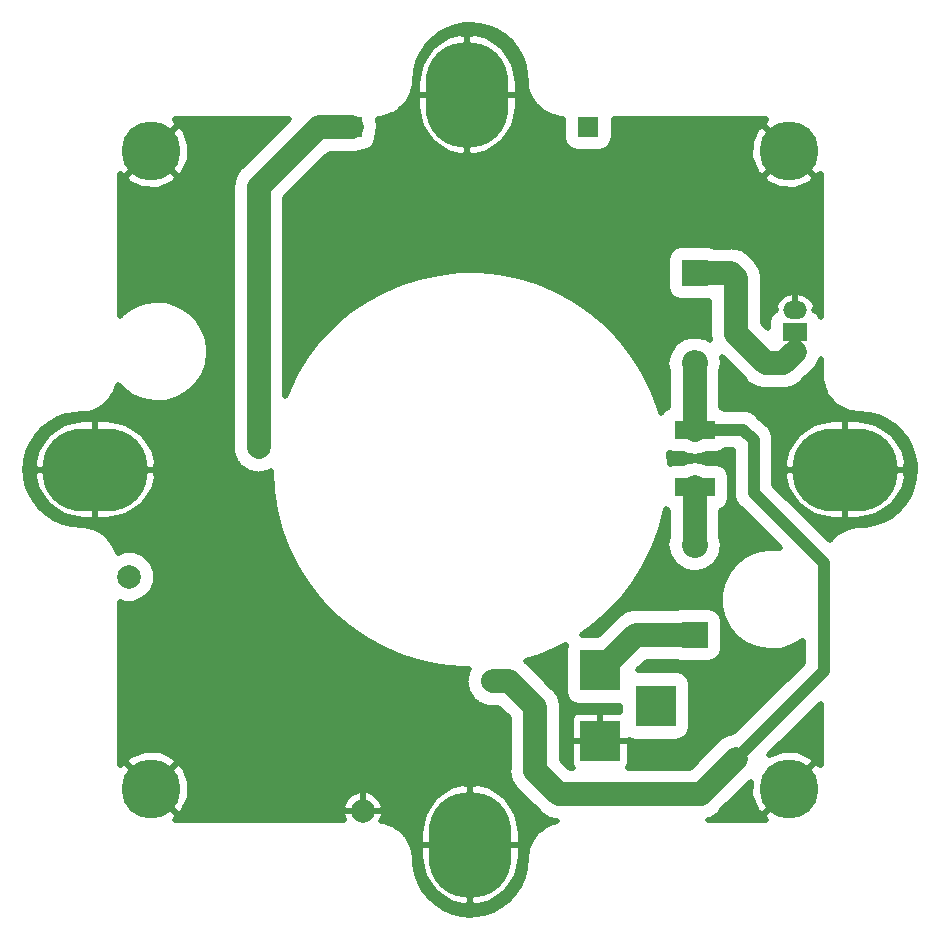
<source format=gbr>
G04 #@! TF.GenerationSoftware,KiCad,Pcbnew,(5.0.0)*
G04 #@! TF.CreationDate,2020-03-30T15:35:39-04:00*
G04 #@! TF.ProjectId,10W White LED,313057205768697465204C45442E6B69,rev?*
G04 #@! TF.SameCoordinates,Original*
G04 #@! TF.FileFunction,Copper,L1,Top,Signal*
G04 #@! TF.FilePolarity,Positive*
%FSLAX46Y46*%
G04 Gerber Fmt 4.6, Leading zero omitted, Abs format (unit mm)*
G04 Created by KiCad (PCBNEW (5.0.0)) date 03/30/20 15:35:39*
%MOMM*%
%LPD*%
G01*
G04 APERTURE LIST*
G04 #@! TA.AperFunction,ComponentPad*
%ADD10O,9.000000X7.000000*%
G04 #@! TD*
G04 #@! TA.AperFunction,ComponentPad*
%ADD11O,7.000000X9.000000*%
G04 #@! TD*
G04 #@! TA.AperFunction,ComponentPad*
%ADD12C,5.000000*%
G04 #@! TD*
G04 #@! TA.AperFunction,ComponentPad*
%ADD13R,1.700000X1.700000*%
G04 #@! TD*
G04 #@! TA.AperFunction,ComponentPad*
%ADD14R,3.500000X3.500000*%
G04 #@! TD*
G04 #@! TA.AperFunction,SMDPad,CuDef*
%ADD15R,3.500000X1.600000*%
G04 #@! TD*
G04 #@! TA.AperFunction,ComponentPad*
%ADD16R,2.000000X1.500000*%
G04 #@! TD*
G04 #@! TA.AperFunction,ComponentPad*
%ADD17O,2.000000X1.500000*%
G04 #@! TD*
G04 #@! TA.AperFunction,ComponentPad*
%ADD18O,2.200000X2.200000*%
G04 #@! TD*
G04 #@! TA.AperFunction,ComponentPad*
%ADD19R,2.200000X2.200000*%
G04 #@! TD*
G04 #@! TA.AperFunction,ComponentPad*
%ADD20C,2.000000*%
G04 #@! TD*
G04 #@! TA.AperFunction,Conductor*
%ADD21C,2.000000*%
G04 #@! TD*
G04 #@! TA.AperFunction,Conductor*
%ADD22C,1.000000*%
G04 #@! TD*
G04 #@! TA.AperFunction,Conductor*
%ADD23C,0.500000*%
G04 #@! TD*
G04 APERTURE END LIST*
D10*
G04 #@! TO.P,LENSE1,1*
G04 #@! TO.N,GND*
X181750000Y-100000000D03*
D11*
X149750000Y-68250000D03*
D10*
X118250000Y-100000000D03*
D11*
X150000000Y-131750000D03*
G04 #@! TD*
D12*
G04 #@! TO.P,MNT1,1*
G04 #@! TO.N,GND*
X123000000Y-73000000D03*
G04 #@! TD*
G04 #@! TO.P,MNT2,1*
G04 #@! TO.N,GND*
X177000000Y-73000000D03*
G04 #@! TD*
G04 #@! TO.P,MNT3,1*
G04 #@! TO.N,GND*
X177000000Y-127000000D03*
G04 #@! TD*
G04 #@! TO.P,MNT4,1*
G04 #@! TO.N,GND*
X123000000Y-127000000D03*
G04 #@! TD*
D13*
G04 #@! TO.P,NEG1,1*
G04 #@! TO.N,Net-(NEG1-Pad1)*
X160000000Y-71000000D03*
G04 #@! TD*
G04 #@! TO.P,POS1,1*
G04 #@! TO.N,Net-(POS1-Pad1)*
X140000000Y-71000000D03*
G04 #@! TD*
D14*
G04 #@! TO.P,BARREL1,1*
G04 #@! TO.N,Net-(BARREL1-Pad1)*
X161000000Y-117000000D03*
G04 #@! TO.P,BARREL1,2*
G04 #@! TO.N,GND*
X161000000Y-123000000D03*
G04 #@! TO.P,BARREL1,3*
G04 #@! TO.N,N/C*
X165700000Y-120000000D03*
G04 #@! TD*
D15*
G04 #@! TO.P,F1,2*
G04 #@! TO.N,+12V*
X169000000Y-96620000D03*
G04 #@! TO.P,F1,1*
G04 #@! TO.N,Net-(F1-Pad1)*
X169000000Y-101500000D03*
G04 #@! TD*
D16*
G04 #@! TO.P,FAN1,1*
G04 #@! TO.N,Net-(FAN1-Pad1)*
X177500000Y-88300000D03*
D17*
G04 #@! TO.P,FAN1,2*
G04 #@! TO.N,GND*
X177500000Y-86500000D03*
G04 #@! TD*
D18*
G04 #@! TO.P,SW1,2*
G04 #@! TO.N,Net-(F1-Pad1)*
X169000000Y-106380000D03*
D19*
G04 #@! TO.P,SW1,1*
G04 #@! TO.N,Net-(BARREL1-Pad1)*
X169000000Y-114000000D03*
G04 #@! TD*
G04 #@! TO.P,SW2,1*
G04 #@! TO.N,Net-(FAN1-Pad1)*
X169000000Y-83380000D03*
D18*
G04 #@! TO.P,SW2,2*
G04 #@! TO.N,+12V*
X169000000Y-91000000D03*
G04 #@! TD*
D20*
G04 #@! TO.P,U1,4*
G04 #@! TO.N,Net-(NEG1-Pad1)*
X121120428Y-109080583D03*
G04 #@! TO.P,U1,3*
G04 #@! TO.N,Net-(POS1-Pad1)*
X132080583Y-98120428D03*
G04 #@! TO.P,U1,2*
G04 #@! TO.N,+12V*
X151879572Y-117919417D03*
G04 #@! TO.P,U1,1*
G04 #@! TO.N,GND*
X140919417Y-128879572D03*
G04 #@! TD*
D21*
G04 #@! TO.N,Net-(BARREL1-Pad1)*
X164000000Y-114000000D02*
X161000000Y-117000000D01*
X169000000Y-114000000D02*
X164000000Y-114000000D01*
G04 #@! TO.N,+12V*
X169000000Y-96620000D02*
X169000000Y-91000000D01*
X153293785Y-117919417D02*
X155500000Y-120125632D01*
X151879572Y-117919417D02*
X153293785Y-117919417D01*
X155500000Y-120125632D02*
X155500000Y-125500000D01*
X155500000Y-125500000D02*
X157500000Y-127500000D01*
X157500000Y-127500000D02*
X169500000Y-127500000D01*
X169500000Y-127500000D02*
X172500000Y-124500000D01*
D22*
X173120000Y-96620000D02*
X169000000Y-96620000D01*
X174000000Y-97500000D02*
X173120000Y-96620000D01*
X174000000Y-102000000D02*
X174000000Y-97500000D01*
X179924990Y-107924990D02*
X174000000Y-102000000D01*
X172500000Y-124500000D02*
X179924990Y-117075010D01*
X179924990Y-117075010D02*
X179924990Y-107924990D01*
D21*
G04 #@! TO.N,Net-(F1-Pad1)*
X169000000Y-106380000D02*
X169000000Y-101500000D01*
G04 #@! TO.N,Net-(FAN1-Pad1)*
X172100000Y-83380000D02*
X172500000Y-83780000D01*
X169000000Y-83380000D02*
X172100000Y-83380000D01*
X172500000Y-83780000D02*
X172500000Y-88500000D01*
X172500000Y-88500000D02*
X175000000Y-91000000D01*
X175000000Y-91000000D02*
X176500000Y-91000000D01*
X176500000Y-91000000D02*
X177500000Y-90000000D01*
D22*
X177500000Y-88300000D02*
X177500000Y-90000000D01*
D21*
G04 #@! TO.N,Net-(POS1-Pad1)*
X137150000Y-71000000D02*
X140000000Y-71000000D01*
X132080583Y-76069417D02*
X137150000Y-71000000D01*
X132080583Y-98120428D02*
X132080583Y-76069417D01*
G04 #@! TD*
D23*
G04 #@! TO.N,GND*
G36*
X130646293Y-74321727D02*
X130458424Y-74447257D01*
X130332894Y-74635126D01*
X129961130Y-75191510D01*
X129786503Y-76069417D01*
X129830584Y-76291026D01*
X129830583Y-97672875D01*
X129830583Y-98567981D01*
X129917049Y-98776729D01*
X129961129Y-98998333D01*
X130086658Y-99186201D01*
X130173125Y-99394951D01*
X130332894Y-99554720D01*
X130458423Y-99742588D01*
X130646292Y-99868118D01*
X130806060Y-100027886D01*
X131014808Y-100114352D01*
X131202677Y-100239882D01*
X131424282Y-100283962D01*
X131633030Y-100370428D01*
X131858977Y-100370428D01*
X132080583Y-100414508D01*
X132302188Y-100370428D01*
X132528136Y-100370428D01*
X132736884Y-100283962D01*
X132958488Y-100239882D01*
X133110234Y-100138489D01*
X133198373Y-101765922D01*
X133462843Y-103454792D01*
X133896630Y-105108290D01*
X134495293Y-106709486D01*
X135252702Y-108241986D01*
X136161102Y-109690101D01*
X137211193Y-111039002D01*
X138392223Y-112274880D01*
X139692101Y-113385080D01*
X141097517Y-114358236D01*
X142594081Y-115184384D01*
X144166472Y-115855065D01*
X145798590Y-116363413D01*
X147473724Y-116704223D01*
X149174723Y-116874006D01*
X149872855Y-116872787D01*
X149760118Y-117041511D01*
X149716038Y-117263116D01*
X149629572Y-117471864D01*
X149629572Y-117697811D01*
X149585492Y-117919417D01*
X149629572Y-118141023D01*
X149629572Y-118366970D01*
X149716038Y-118575718D01*
X149760118Y-118797323D01*
X149885648Y-118985192D01*
X149972114Y-119193940D01*
X150131882Y-119353708D01*
X150257412Y-119541577D01*
X150445281Y-119667107D01*
X150605049Y-119826875D01*
X150813797Y-119913341D01*
X151001666Y-120038871D01*
X151223272Y-120082951D01*
X151432019Y-120169417D01*
X152361805Y-120169417D01*
X153250000Y-121057613D01*
X153250001Y-125278391D01*
X153205920Y-125500000D01*
X153380547Y-126377907D01*
X153721501Y-126888180D01*
X153877841Y-127122160D01*
X154065709Y-127247689D01*
X155752310Y-128934291D01*
X155877840Y-129122160D01*
X156155685Y-129307810D01*
X156622092Y-129619453D01*
X156622093Y-129619453D01*
X156622094Y-129619454D01*
X157278394Y-129750000D01*
X157311289Y-129756543D01*
X156781450Y-129914999D01*
X156618190Y-129990435D01*
X156454057Y-130063856D01*
X156440419Y-130072577D01*
X155964573Y-130381005D01*
X155829090Y-130499195D01*
X155692119Y-130615766D01*
X155681478Y-130627965D01*
X155311322Y-131057550D01*
X155214440Y-131209040D01*
X155115707Y-131359347D01*
X155108917Y-131374043D01*
X154874211Y-131890251D01*
X154823733Y-132062872D01*
X154771164Y-132234819D01*
X154768771Y-132250829D01*
X154688382Y-132812162D01*
X154688382Y-132828380D01*
X154682503Y-132859200D01*
X154679455Y-132891432D01*
X154607814Y-133762824D01*
X154421354Y-134505150D01*
X154116154Y-135207063D01*
X153700412Y-135849701D01*
X153185293Y-136415809D01*
X152584630Y-136890183D01*
X151914557Y-137260084D01*
X151193069Y-137515576D01*
X150416641Y-137653879D01*
X150023177Y-137672435D01*
X149237176Y-137607814D01*
X148494850Y-137421354D01*
X147792937Y-137116154D01*
X147150299Y-136700412D01*
X146584191Y-136185293D01*
X146109817Y-135584630D01*
X145739916Y-134914557D01*
X145484424Y-134193069D01*
X145346121Y-133416641D01*
X145323529Y-132937584D01*
X145321893Y-132924985D01*
X145322458Y-132917958D01*
X145321357Y-132901807D01*
X145299389Y-132606189D01*
X145270366Y-132474183D01*
X145252022Y-132340273D01*
X145247478Y-132324735D01*
X145085001Y-131781450D01*
X145072318Y-131754000D01*
X145742000Y-131754000D01*
X145742000Y-132754000D01*
X146067652Y-134383162D01*
X146991968Y-135763689D01*
X148374230Y-136685410D01*
X149329952Y-136954949D01*
X149996000Y-136818498D01*
X149996000Y-131754000D01*
X150004000Y-131754000D01*
X150004000Y-136818498D01*
X150670048Y-136954949D01*
X151625770Y-136685410D01*
X153008032Y-135763689D01*
X153932348Y-134383162D01*
X154258000Y-132754000D01*
X154258000Y-131754000D01*
X150004000Y-131754000D01*
X149996000Y-131754000D01*
X145742000Y-131754000D01*
X145072318Y-131754000D01*
X145009565Y-131618190D01*
X144936144Y-131454057D01*
X144927423Y-131440419D01*
X144618995Y-130964573D01*
X144500805Y-130829090D01*
X144430091Y-130746000D01*
X145742000Y-130746000D01*
X145742000Y-131746000D01*
X149996000Y-131746000D01*
X149996000Y-126681502D01*
X150004000Y-126681502D01*
X150004000Y-131746000D01*
X154258000Y-131746000D01*
X154258000Y-130746000D01*
X153932348Y-129116838D01*
X153008032Y-127736311D01*
X151625770Y-126814590D01*
X150670048Y-126545051D01*
X150004000Y-126681502D01*
X149996000Y-126681502D01*
X149329952Y-126545051D01*
X148374230Y-126814590D01*
X146991968Y-127736311D01*
X146067652Y-129116838D01*
X145742000Y-130746000D01*
X144430091Y-130746000D01*
X144384234Y-130692119D01*
X144372035Y-130681478D01*
X143942450Y-130311322D01*
X143790960Y-130214440D01*
X143640653Y-130115707D01*
X143625962Y-130108919D01*
X143625958Y-130108917D01*
X143109749Y-129874211D01*
X142937128Y-129823733D01*
X142765181Y-129771164D01*
X142749173Y-129768771D01*
X142749171Y-129768771D01*
X142464417Y-129727991D01*
X142663262Y-129294118D01*
X142689160Y-129163922D01*
X142522353Y-128883572D01*
X140923417Y-128883572D01*
X140923417Y-129675000D01*
X140915417Y-129675000D01*
X140915417Y-128883572D01*
X139316481Y-128883572D01*
X139149674Y-129163922D01*
X139339518Y-129675000D01*
X125054381Y-129675000D01*
X124961743Y-129667384D01*
X125212060Y-129217717D01*
X123000000Y-127005657D01*
X122985858Y-127019799D01*
X122980201Y-127014142D01*
X122994343Y-127000000D01*
X123005657Y-127000000D01*
X125217717Y-129212060D01*
X125689765Y-128949284D01*
X125852472Y-128595222D01*
X139149674Y-128595222D01*
X139316481Y-128875572D01*
X140915417Y-128875572D01*
X140915417Y-127276636D01*
X140923417Y-127276636D01*
X140923417Y-128875572D01*
X142522353Y-128875572D01*
X142689160Y-128595222D01*
X142445630Y-127939616D01*
X141969748Y-127427109D01*
X141333963Y-127135727D01*
X141203767Y-127109829D01*
X140923417Y-127276636D01*
X140915417Y-127276636D01*
X140635067Y-127109829D01*
X139979461Y-127353359D01*
X139466954Y-127829241D01*
X139175572Y-128465026D01*
X139149674Y-128595222D01*
X125852472Y-128595222D01*
X126230977Y-127771575D01*
X126280303Y-126476401D01*
X125830232Y-125260939D01*
X125689765Y-125050716D01*
X125217717Y-124787940D01*
X123005657Y-127000000D01*
X122994343Y-127000000D01*
X120782283Y-124787940D01*
X120328388Y-125040611D01*
X120325000Y-124968777D01*
X120325000Y-124782283D01*
X120787940Y-124782283D01*
X123000000Y-126994343D01*
X125212060Y-124782283D01*
X124949284Y-124310235D01*
X123771575Y-123769023D01*
X122476401Y-123719697D01*
X121260939Y-124169768D01*
X121050716Y-124310235D01*
X120787940Y-124782283D01*
X120325000Y-124782283D01*
X120325000Y-111186489D01*
X120672875Y-111330583D01*
X121567981Y-111330583D01*
X122394951Y-110988041D01*
X123027886Y-110355106D01*
X123370428Y-109528136D01*
X123370428Y-108633030D01*
X123027886Y-107806060D01*
X122394951Y-107173125D01*
X121567981Y-106830583D01*
X120672875Y-106830583D01*
X120162872Y-107041833D01*
X120085001Y-106781450D01*
X120009565Y-106618190D01*
X119936144Y-106454057D01*
X119927423Y-106440419D01*
X119618995Y-105964573D01*
X119500805Y-105829090D01*
X119384234Y-105692119D01*
X119372035Y-105681478D01*
X118942450Y-105311322D01*
X118790960Y-105214440D01*
X118640653Y-105115707D01*
X118625962Y-105108919D01*
X118625958Y-105108917D01*
X118109749Y-104874211D01*
X117937128Y-104823733D01*
X117765181Y-104771164D01*
X117749173Y-104768771D01*
X117749171Y-104768771D01*
X117187838Y-104688382D01*
X117171620Y-104688382D01*
X117140800Y-104682503D01*
X117108568Y-104679455D01*
X116237176Y-104607814D01*
X115494850Y-104421354D01*
X114792937Y-104116154D01*
X114150299Y-103700412D01*
X113584191Y-103185293D01*
X113109817Y-102584630D01*
X112739916Y-101914557D01*
X112484424Y-101193069D01*
X112391260Y-100670048D01*
X113045051Y-100670048D01*
X113314590Y-101625770D01*
X114236311Y-103008032D01*
X115616838Y-103932348D01*
X117246000Y-104258000D01*
X118246000Y-104258000D01*
X118246000Y-100004000D01*
X118254000Y-100004000D01*
X118254000Y-104258000D01*
X119254000Y-104258000D01*
X120883162Y-103932348D01*
X122263689Y-103008032D01*
X123185410Y-101625770D01*
X123454949Y-100670048D01*
X123318498Y-100004000D01*
X118254000Y-100004000D01*
X118246000Y-100004000D01*
X113181502Y-100004000D01*
X113045051Y-100670048D01*
X112391260Y-100670048D01*
X112346121Y-100416641D01*
X112327565Y-100023177D01*
X112384558Y-99329952D01*
X113045051Y-99329952D01*
X113181502Y-99996000D01*
X118246000Y-99996000D01*
X118246000Y-95742000D01*
X118254000Y-95742000D01*
X118254000Y-99996000D01*
X123318498Y-99996000D01*
X123454949Y-99329952D01*
X123185410Y-98374230D01*
X122263689Y-96991968D01*
X120883162Y-96067652D01*
X119254000Y-95742000D01*
X118254000Y-95742000D01*
X118246000Y-95742000D01*
X117246000Y-95742000D01*
X115616838Y-96067652D01*
X114236311Y-96991968D01*
X113314590Y-98374230D01*
X113045051Y-99329952D01*
X112384558Y-99329952D01*
X112392186Y-99237180D01*
X112578647Y-98494848D01*
X112883846Y-97792937D01*
X113299586Y-97150301D01*
X113814707Y-96584191D01*
X114415370Y-96109817D01*
X115085443Y-95739916D01*
X115806928Y-95484424D01*
X116583359Y-95346121D01*
X117062416Y-95323529D01*
X117075015Y-95321893D01*
X117082042Y-95322458D01*
X117098192Y-95321357D01*
X117393811Y-95299389D01*
X117525818Y-95270366D01*
X117659727Y-95252022D01*
X117675265Y-95247478D01*
X118218549Y-95085001D01*
X118381794Y-95009572D01*
X118545943Y-94936144D01*
X118559581Y-94927423D01*
X119035427Y-94618995D01*
X119170910Y-94500805D01*
X119307881Y-94384234D01*
X119318523Y-94372035D01*
X119688678Y-93942450D01*
X119785577Y-93790933D01*
X119884293Y-93640653D01*
X119891083Y-93625958D01*
X120125789Y-93109749D01*
X120176267Y-92937128D01*
X120203288Y-92848744D01*
X120508495Y-93207996D01*
X121326730Y-93810149D01*
X122261543Y-94207917D01*
X123262790Y-94379962D01*
X124276761Y-94317057D01*
X125249065Y-94022575D01*
X126127546Y-93512313D01*
X126865079Y-92813642D01*
X127422101Y-91964042D01*
X127768733Y-91009086D01*
X127886381Y-90000000D01*
X127885840Y-89931102D01*
X127752357Y-88923988D01*
X127390767Y-87974595D01*
X126820469Y-87133848D01*
X126072053Y-86446849D01*
X125185666Y-85950448D01*
X124208856Y-85671275D01*
X123194022Y-85624304D01*
X122195601Y-85812055D01*
X121267150Y-86224458D01*
X120458475Y-86839388D01*
X120325000Y-87001594D01*
X120325000Y-75217717D01*
X120787940Y-75217717D01*
X121050716Y-75689765D01*
X122228425Y-76230977D01*
X123523599Y-76280303D01*
X124739061Y-75830232D01*
X124949284Y-75689765D01*
X125212060Y-75217717D01*
X123000000Y-73005657D01*
X120787940Y-75217717D01*
X120325000Y-75217717D01*
X120325000Y-75054381D01*
X120332616Y-74961743D01*
X120782283Y-75212060D01*
X122994343Y-73000000D01*
X123005657Y-73000000D01*
X125217717Y-75212060D01*
X125689765Y-74949284D01*
X126230977Y-73771575D01*
X126280303Y-72476401D01*
X125830232Y-71260939D01*
X125689765Y-71050716D01*
X125217717Y-70787940D01*
X123005657Y-73000000D01*
X122994343Y-73000000D01*
X122980201Y-72985858D01*
X122985858Y-72980201D01*
X123000000Y-72994343D01*
X125212060Y-70782283D01*
X124959389Y-70328388D01*
X125031223Y-70325000D01*
X134643019Y-70325000D01*
X130646293Y-74321727D01*
X130646293Y-74321727D01*
G37*
X130646293Y-74321727D02*
X130458424Y-74447257D01*
X130332894Y-74635126D01*
X129961130Y-75191510D01*
X129786503Y-76069417D01*
X129830584Y-76291026D01*
X129830583Y-97672875D01*
X129830583Y-98567981D01*
X129917049Y-98776729D01*
X129961129Y-98998333D01*
X130086658Y-99186201D01*
X130173125Y-99394951D01*
X130332894Y-99554720D01*
X130458423Y-99742588D01*
X130646292Y-99868118D01*
X130806060Y-100027886D01*
X131014808Y-100114352D01*
X131202677Y-100239882D01*
X131424282Y-100283962D01*
X131633030Y-100370428D01*
X131858977Y-100370428D01*
X132080583Y-100414508D01*
X132302188Y-100370428D01*
X132528136Y-100370428D01*
X132736884Y-100283962D01*
X132958488Y-100239882D01*
X133110234Y-100138489D01*
X133198373Y-101765922D01*
X133462843Y-103454792D01*
X133896630Y-105108290D01*
X134495293Y-106709486D01*
X135252702Y-108241986D01*
X136161102Y-109690101D01*
X137211193Y-111039002D01*
X138392223Y-112274880D01*
X139692101Y-113385080D01*
X141097517Y-114358236D01*
X142594081Y-115184384D01*
X144166472Y-115855065D01*
X145798590Y-116363413D01*
X147473724Y-116704223D01*
X149174723Y-116874006D01*
X149872855Y-116872787D01*
X149760118Y-117041511D01*
X149716038Y-117263116D01*
X149629572Y-117471864D01*
X149629572Y-117697811D01*
X149585492Y-117919417D01*
X149629572Y-118141023D01*
X149629572Y-118366970D01*
X149716038Y-118575718D01*
X149760118Y-118797323D01*
X149885648Y-118985192D01*
X149972114Y-119193940D01*
X150131882Y-119353708D01*
X150257412Y-119541577D01*
X150445281Y-119667107D01*
X150605049Y-119826875D01*
X150813797Y-119913341D01*
X151001666Y-120038871D01*
X151223272Y-120082951D01*
X151432019Y-120169417D01*
X152361805Y-120169417D01*
X153250000Y-121057613D01*
X153250001Y-125278391D01*
X153205920Y-125500000D01*
X153380547Y-126377907D01*
X153721501Y-126888180D01*
X153877841Y-127122160D01*
X154065709Y-127247689D01*
X155752310Y-128934291D01*
X155877840Y-129122160D01*
X156155685Y-129307810D01*
X156622092Y-129619453D01*
X156622093Y-129619453D01*
X156622094Y-129619454D01*
X157278394Y-129750000D01*
X157311289Y-129756543D01*
X156781450Y-129914999D01*
X156618190Y-129990435D01*
X156454057Y-130063856D01*
X156440419Y-130072577D01*
X155964573Y-130381005D01*
X155829090Y-130499195D01*
X155692119Y-130615766D01*
X155681478Y-130627965D01*
X155311322Y-131057550D01*
X155214440Y-131209040D01*
X155115707Y-131359347D01*
X155108917Y-131374043D01*
X154874211Y-131890251D01*
X154823733Y-132062872D01*
X154771164Y-132234819D01*
X154768771Y-132250829D01*
X154688382Y-132812162D01*
X154688382Y-132828380D01*
X154682503Y-132859200D01*
X154679455Y-132891432D01*
X154607814Y-133762824D01*
X154421354Y-134505150D01*
X154116154Y-135207063D01*
X153700412Y-135849701D01*
X153185293Y-136415809D01*
X152584630Y-136890183D01*
X151914557Y-137260084D01*
X151193069Y-137515576D01*
X150416641Y-137653879D01*
X150023177Y-137672435D01*
X149237176Y-137607814D01*
X148494850Y-137421354D01*
X147792937Y-137116154D01*
X147150299Y-136700412D01*
X146584191Y-136185293D01*
X146109817Y-135584630D01*
X145739916Y-134914557D01*
X145484424Y-134193069D01*
X145346121Y-133416641D01*
X145323529Y-132937584D01*
X145321893Y-132924985D01*
X145322458Y-132917958D01*
X145321357Y-132901807D01*
X145299389Y-132606189D01*
X145270366Y-132474183D01*
X145252022Y-132340273D01*
X145247478Y-132324735D01*
X145085001Y-131781450D01*
X145072318Y-131754000D01*
X145742000Y-131754000D01*
X145742000Y-132754000D01*
X146067652Y-134383162D01*
X146991968Y-135763689D01*
X148374230Y-136685410D01*
X149329952Y-136954949D01*
X149996000Y-136818498D01*
X149996000Y-131754000D01*
X150004000Y-131754000D01*
X150004000Y-136818498D01*
X150670048Y-136954949D01*
X151625770Y-136685410D01*
X153008032Y-135763689D01*
X153932348Y-134383162D01*
X154258000Y-132754000D01*
X154258000Y-131754000D01*
X150004000Y-131754000D01*
X149996000Y-131754000D01*
X145742000Y-131754000D01*
X145072318Y-131754000D01*
X145009565Y-131618190D01*
X144936144Y-131454057D01*
X144927423Y-131440419D01*
X144618995Y-130964573D01*
X144500805Y-130829090D01*
X144430091Y-130746000D01*
X145742000Y-130746000D01*
X145742000Y-131746000D01*
X149996000Y-131746000D01*
X149996000Y-126681502D01*
X150004000Y-126681502D01*
X150004000Y-131746000D01*
X154258000Y-131746000D01*
X154258000Y-130746000D01*
X153932348Y-129116838D01*
X153008032Y-127736311D01*
X151625770Y-126814590D01*
X150670048Y-126545051D01*
X150004000Y-126681502D01*
X149996000Y-126681502D01*
X149329952Y-126545051D01*
X148374230Y-126814590D01*
X146991968Y-127736311D01*
X146067652Y-129116838D01*
X145742000Y-130746000D01*
X144430091Y-130746000D01*
X144384234Y-130692119D01*
X144372035Y-130681478D01*
X143942450Y-130311322D01*
X143790960Y-130214440D01*
X143640653Y-130115707D01*
X143625962Y-130108919D01*
X143625958Y-130108917D01*
X143109749Y-129874211D01*
X142937128Y-129823733D01*
X142765181Y-129771164D01*
X142749173Y-129768771D01*
X142749171Y-129768771D01*
X142464417Y-129727991D01*
X142663262Y-129294118D01*
X142689160Y-129163922D01*
X142522353Y-128883572D01*
X140923417Y-128883572D01*
X140923417Y-129675000D01*
X140915417Y-129675000D01*
X140915417Y-128883572D01*
X139316481Y-128883572D01*
X139149674Y-129163922D01*
X139339518Y-129675000D01*
X125054381Y-129675000D01*
X124961743Y-129667384D01*
X125212060Y-129217717D01*
X123000000Y-127005657D01*
X122985858Y-127019799D01*
X122980201Y-127014142D01*
X122994343Y-127000000D01*
X123005657Y-127000000D01*
X125217717Y-129212060D01*
X125689765Y-128949284D01*
X125852472Y-128595222D01*
X139149674Y-128595222D01*
X139316481Y-128875572D01*
X140915417Y-128875572D01*
X140915417Y-127276636D01*
X140923417Y-127276636D01*
X140923417Y-128875572D01*
X142522353Y-128875572D01*
X142689160Y-128595222D01*
X142445630Y-127939616D01*
X141969748Y-127427109D01*
X141333963Y-127135727D01*
X141203767Y-127109829D01*
X140923417Y-127276636D01*
X140915417Y-127276636D01*
X140635067Y-127109829D01*
X139979461Y-127353359D01*
X139466954Y-127829241D01*
X139175572Y-128465026D01*
X139149674Y-128595222D01*
X125852472Y-128595222D01*
X126230977Y-127771575D01*
X126280303Y-126476401D01*
X125830232Y-125260939D01*
X125689765Y-125050716D01*
X125217717Y-124787940D01*
X123005657Y-127000000D01*
X122994343Y-127000000D01*
X120782283Y-124787940D01*
X120328388Y-125040611D01*
X120325000Y-124968777D01*
X120325000Y-124782283D01*
X120787940Y-124782283D01*
X123000000Y-126994343D01*
X125212060Y-124782283D01*
X124949284Y-124310235D01*
X123771575Y-123769023D01*
X122476401Y-123719697D01*
X121260939Y-124169768D01*
X121050716Y-124310235D01*
X120787940Y-124782283D01*
X120325000Y-124782283D01*
X120325000Y-111186489D01*
X120672875Y-111330583D01*
X121567981Y-111330583D01*
X122394951Y-110988041D01*
X123027886Y-110355106D01*
X123370428Y-109528136D01*
X123370428Y-108633030D01*
X123027886Y-107806060D01*
X122394951Y-107173125D01*
X121567981Y-106830583D01*
X120672875Y-106830583D01*
X120162872Y-107041833D01*
X120085001Y-106781450D01*
X120009565Y-106618190D01*
X119936144Y-106454057D01*
X119927423Y-106440419D01*
X119618995Y-105964573D01*
X119500805Y-105829090D01*
X119384234Y-105692119D01*
X119372035Y-105681478D01*
X118942450Y-105311322D01*
X118790960Y-105214440D01*
X118640653Y-105115707D01*
X118625962Y-105108919D01*
X118625958Y-105108917D01*
X118109749Y-104874211D01*
X117937128Y-104823733D01*
X117765181Y-104771164D01*
X117749173Y-104768771D01*
X117749171Y-104768771D01*
X117187838Y-104688382D01*
X117171620Y-104688382D01*
X117140800Y-104682503D01*
X117108568Y-104679455D01*
X116237176Y-104607814D01*
X115494850Y-104421354D01*
X114792937Y-104116154D01*
X114150299Y-103700412D01*
X113584191Y-103185293D01*
X113109817Y-102584630D01*
X112739916Y-101914557D01*
X112484424Y-101193069D01*
X112391260Y-100670048D01*
X113045051Y-100670048D01*
X113314590Y-101625770D01*
X114236311Y-103008032D01*
X115616838Y-103932348D01*
X117246000Y-104258000D01*
X118246000Y-104258000D01*
X118246000Y-100004000D01*
X118254000Y-100004000D01*
X118254000Y-104258000D01*
X119254000Y-104258000D01*
X120883162Y-103932348D01*
X122263689Y-103008032D01*
X123185410Y-101625770D01*
X123454949Y-100670048D01*
X123318498Y-100004000D01*
X118254000Y-100004000D01*
X118246000Y-100004000D01*
X113181502Y-100004000D01*
X113045051Y-100670048D01*
X112391260Y-100670048D01*
X112346121Y-100416641D01*
X112327565Y-100023177D01*
X112384558Y-99329952D01*
X113045051Y-99329952D01*
X113181502Y-99996000D01*
X118246000Y-99996000D01*
X118246000Y-95742000D01*
X118254000Y-95742000D01*
X118254000Y-99996000D01*
X123318498Y-99996000D01*
X123454949Y-99329952D01*
X123185410Y-98374230D01*
X122263689Y-96991968D01*
X120883162Y-96067652D01*
X119254000Y-95742000D01*
X118254000Y-95742000D01*
X118246000Y-95742000D01*
X117246000Y-95742000D01*
X115616838Y-96067652D01*
X114236311Y-96991968D01*
X113314590Y-98374230D01*
X113045051Y-99329952D01*
X112384558Y-99329952D01*
X112392186Y-99237180D01*
X112578647Y-98494848D01*
X112883846Y-97792937D01*
X113299586Y-97150301D01*
X113814707Y-96584191D01*
X114415370Y-96109817D01*
X115085443Y-95739916D01*
X115806928Y-95484424D01*
X116583359Y-95346121D01*
X117062416Y-95323529D01*
X117075015Y-95321893D01*
X117082042Y-95322458D01*
X117098192Y-95321357D01*
X117393811Y-95299389D01*
X117525818Y-95270366D01*
X117659727Y-95252022D01*
X117675265Y-95247478D01*
X118218549Y-95085001D01*
X118381794Y-95009572D01*
X118545943Y-94936144D01*
X118559581Y-94927423D01*
X119035427Y-94618995D01*
X119170910Y-94500805D01*
X119307881Y-94384234D01*
X119318523Y-94372035D01*
X119688678Y-93942450D01*
X119785577Y-93790933D01*
X119884293Y-93640653D01*
X119891083Y-93625958D01*
X120125789Y-93109749D01*
X120176267Y-92937128D01*
X120203288Y-92848744D01*
X120508495Y-93207996D01*
X121326730Y-93810149D01*
X122261543Y-94207917D01*
X123262790Y-94379962D01*
X124276761Y-94317057D01*
X125249065Y-94022575D01*
X126127546Y-93512313D01*
X126865079Y-92813642D01*
X127422101Y-91964042D01*
X127768733Y-91009086D01*
X127886381Y-90000000D01*
X127885840Y-89931102D01*
X127752357Y-88923988D01*
X127390767Y-87974595D01*
X126820469Y-87133848D01*
X126072053Y-86446849D01*
X125185666Y-85950448D01*
X124208856Y-85671275D01*
X123194022Y-85624304D01*
X122195601Y-85812055D01*
X121267150Y-86224458D01*
X120458475Y-86839388D01*
X120325000Y-87001594D01*
X120325000Y-75217717D01*
X120787940Y-75217717D01*
X121050716Y-75689765D01*
X122228425Y-76230977D01*
X123523599Y-76280303D01*
X124739061Y-75830232D01*
X124949284Y-75689765D01*
X125212060Y-75217717D01*
X123000000Y-73005657D01*
X120787940Y-75217717D01*
X120325000Y-75217717D01*
X120325000Y-75054381D01*
X120332616Y-74961743D01*
X120782283Y-75212060D01*
X122994343Y-73000000D01*
X123005657Y-73000000D01*
X125217717Y-75212060D01*
X125689765Y-74949284D01*
X126230977Y-73771575D01*
X126280303Y-72476401D01*
X125830232Y-71260939D01*
X125689765Y-71050716D01*
X125217717Y-70787940D01*
X123005657Y-73000000D01*
X122994343Y-73000000D01*
X122980201Y-72985858D01*
X122985858Y-72980201D01*
X123000000Y-72994343D01*
X125212060Y-70782283D01*
X124959389Y-70328388D01*
X125031223Y-70325000D01*
X134643019Y-70325000D01*
X130646293Y-74321727D01*
G36*
X179675001Y-124945607D02*
X179667384Y-125038257D01*
X179217717Y-124787940D01*
X177005657Y-127000000D01*
X177019799Y-127014142D01*
X177014142Y-127019799D01*
X177000000Y-127005657D01*
X174787940Y-129217717D01*
X175040611Y-129671612D01*
X174968777Y-129675000D01*
X170098657Y-129675000D01*
X170377906Y-129619454D01*
X171122160Y-129122160D01*
X171247692Y-128934288D01*
X173761717Y-126420263D01*
X173719697Y-127523599D01*
X174169768Y-128739061D01*
X174310235Y-128949284D01*
X174782283Y-129212060D01*
X176994343Y-127000000D01*
X176980201Y-126985858D01*
X176985858Y-126980201D01*
X177000000Y-126994343D01*
X179212060Y-124782283D01*
X178949284Y-124310235D01*
X177771575Y-123769023D01*
X176476401Y-123719697D01*
X175331076Y-124143797D01*
X179675001Y-119799872D01*
X179675001Y-124945607D01*
X179675001Y-124945607D01*
G37*
X179675001Y-124945607D02*
X179667384Y-125038257D01*
X179217717Y-124787940D01*
X177005657Y-127000000D01*
X177019799Y-127014142D01*
X177014142Y-127019799D01*
X177000000Y-127005657D01*
X174787940Y-129217717D01*
X175040611Y-129671612D01*
X174968777Y-129675000D01*
X170098657Y-129675000D01*
X170377906Y-129619454D01*
X171122160Y-129122160D01*
X171247692Y-128934288D01*
X173761717Y-126420263D01*
X173719697Y-127523599D01*
X174169768Y-128739061D01*
X174310235Y-128949284D01*
X174782283Y-129212060D01*
X176994343Y-127000000D01*
X176980201Y-126985858D01*
X176985858Y-126980201D01*
X177000000Y-126994343D01*
X179212060Y-124782283D01*
X178949284Y-124310235D01*
X177771575Y-123769023D01*
X176476401Y-123719697D01*
X175331076Y-124143797D01*
X179675001Y-119799872D01*
X179675001Y-124945607D01*
G36*
X172250000Y-101827647D02*
X172215717Y-102000000D01*
X172250000Y-102172353D01*
X172250000Y-102172356D01*
X172351537Y-102682815D01*
X172738321Y-103261679D01*
X172884439Y-103359312D01*
X176195797Y-106670671D01*
X175194022Y-106624304D01*
X174195601Y-106812055D01*
X173267150Y-107224458D01*
X172458475Y-107839388D01*
X171812955Y-108623861D01*
X171365215Y-109535796D01*
X171139275Y-110526274D01*
X171147254Y-111542163D01*
X171388724Y-112528970D01*
X171850732Y-113433759D01*
X172508495Y-114207996D01*
X173326730Y-114810149D01*
X174261543Y-115207917D01*
X175262790Y-115379962D01*
X176276761Y-115317057D01*
X177249065Y-115022575D01*
X178127546Y-114512313D01*
X178174990Y-114467369D01*
X178174990Y-116350137D01*
X172274315Y-122250812D01*
X171622093Y-122380547D01*
X171065709Y-122752311D01*
X168568020Y-125250000D01*
X163321974Y-125250000D01*
X163392601Y-125179373D01*
X163508000Y-124900776D01*
X163508000Y-123193500D01*
X163318500Y-123004000D01*
X161004000Y-123004000D01*
X161004000Y-123024000D01*
X160996000Y-123024000D01*
X160996000Y-123004000D01*
X158681500Y-123004000D01*
X158492000Y-123193500D01*
X158492000Y-124900776D01*
X158607399Y-125179373D01*
X158678026Y-125250000D01*
X158431981Y-125250000D01*
X157750000Y-124568020D01*
X157750000Y-121099224D01*
X158492000Y-121099224D01*
X158492000Y-122806500D01*
X158681500Y-122996000D01*
X160996000Y-122996000D01*
X160996000Y-120681500D01*
X160806500Y-120492000D01*
X159099225Y-120492000D01*
X158820628Y-120607398D01*
X158607399Y-120820627D01*
X158492000Y-121099224D01*
X157750000Y-121099224D01*
X157750000Y-120347236D01*
X157794080Y-120125631D01*
X157734654Y-119826875D01*
X157619454Y-119247726D01*
X157583516Y-119193940D01*
X157318505Y-118797323D01*
X157122160Y-118503472D01*
X156934291Y-118377943D01*
X155041476Y-116485128D01*
X154915945Y-116297257D01*
X154757426Y-116191338D01*
X155888837Y-115834606D01*
X157458877Y-115158440D01*
X158060312Y-114823686D01*
X157975512Y-115250000D01*
X157975512Y-118750000D01*
X158072527Y-119237725D01*
X158348801Y-119651199D01*
X158762275Y-119927473D01*
X159250000Y-120024488D01*
X162675512Y-120024488D01*
X162675512Y-120492000D01*
X161193500Y-120492000D01*
X161004000Y-120681500D01*
X161004000Y-122996000D01*
X163318500Y-122996000D01*
X163417167Y-122897333D01*
X163462275Y-122927473D01*
X163950000Y-123024488D01*
X167450000Y-123024488D01*
X167937725Y-122927473D01*
X168351199Y-122651199D01*
X168627473Y-122237725D01*
X168724488Y-121750000D01*
X168724488Y-118250000D01*
X168627473Y-117762275D01*
X168351199Y-117348801D01*
X167937725Y-117072527D01*
X167450000Y-116975512D01*
X164206468Y-116975512D01*
X164931980Y-116250000D01*
X167371159Y-116250000D01*
X167412275Y-116277473D01*
X167900000Y-116374488D01*
X170100000Y-116374488D01*
X170587725Y-116277473D01*
X171001199Y-116001199D01*
X171277473Y-115587725D01*
X171374488Y-115100000D01*
X171374488Y-112900000D01*
X171277473Y-112412275D01*
X171001199Y-111998801D01*
X170587725Y-111722527D01*
X170100000Y-111625512D01*
X167900000Y-111625512D01*
X167412275Y-111722527D01*
X167371159Y-111750000D01*
X164221605Y-111750000D01*
X164000000Y-111705920D01*
X163778395Y-111750000D01*
X163778394Y-111750000D01*
X163122094Y-111880546D01*
X162377840Y-112377840D01*
X162252308Y-112565712D01*
X160842508Y-113975512D01*
X159456500Y-113975512D01*
X160354559Y-113349017D01*
X161650553Y-112234286D01*
X162827262Y-110994294D01*
X163872638Y-109641735D01*
X164775978Y-108190459D01*
X165528033Y-106655324D01*
X166121103Y-105052047D01*
X166549116Y-103397046D01*
X166557723Y-103340796D01*
X166750001Y-103469272D01*
X166750000Y-105645813D01*
X166603961Y-106380000D01*
X166786349Y-107296924D01*
X167305745Y-108074255D01*
X168083076Y-108593651D01*
X168768547Y-108730000D01*
X169231453Y-108730000D01*
X169916924Y-108593651D01*
X170694255Y-108074255D01*
X171213651Y-107296924D01*
X171396039Y-106380000D01*
X171250000Y-105645814D01*
X171250000Y-103469271D01*
X171651199Y-103201199D01*
X171927473Y-102787725D01*
X172024488Y-102300000D01*
X172024488Y-100700000D01*
X171927473Y-100212275D01*
X171651199Y-99798801D01*
X171237725Y-99522527D01*
X170750000Y-99425512D01*
X169945202Y-99425512D01*
X169877906Y-99380546D01*
X169000000Y-99205920D01*
X168122095Y-99380546D01*
X168054799Y-99425512D01*
X167250000Y-99425512D01*
X166871777Y-99500746D01*
X166820360Y-98609027D01*
X167250000Y-98694488D01*
X168054798Y-98694488D01*
X168122094Y-98739454D01*
X169000000Y-98914080D01*
X169877905Y-98739454D01*
X169945202Y-98694488D01*
X170750000Y-98694488D01*
X171237725Y-98597473D01*
X171578163Y-98370000D01*
X172250001Y-98370000D01*
X172250000Y-101827647D01*
X172250000Y-101827647D01*
G37*
X172250000Y-101827647D02*
X172215717Y-102000000D01*
X172250000Y-102172353D01*
X172250000Y-102172356D01*
X172351537Y-102682815D01*
X172738321Y-103261679D01*
X172884439Y-103359312D01*
X176195797Y-106670671D01*
X175194022Y-106624304D01*
X174195601Y-106812055D01*
X173267150Y-107224458D01*
X172458475Y-107839388D01*
X171812955Y-108623861D01*
X171365215Y-109535796D01*
X171139275Y-110526274D01*
X171147254Y-111542163D01*
X171388724Y-112528970D01*
X171850732Y-113433759D01*
X172508495Y-114207996D01*
X173326730Y-114810149D01*
X174261543Y-115207917D01*
X175262790Y-115379962D01*
X176276761Y-115317057D01*
X177249065Y-115022575D01*
X178127546Y-114512313D01*
X178174990Y-114467369D01*
X178174990Y-116350137D01*
X172274315Y-122250812D01*
X171622093Y-122380547D01*
X171065709Y-122752311D01*
X168568020Y-125250000D01*
X163321974Y-125250000D01*
X163392601Y-125179373D01*
X163508000Y-124900776D01*
X163508000Y-123193500D01*
X163318500Y-123004000D01*
X161004000Y-123004000D01*
X161004000Y-123024000D01*
X160996000Y-123024000D01*
X160996000Y-123004000D01*
X158681500Y-123004000D01*
X158492000Y-123193500D01*
X158492000Y-124900776D01*
X158607399Y-125179373D01*
X158678026Y-125250000D01*
X158431981Y-125250000D01*
X157750000Y-124568020D01*
X157750000Y-121099224D01*
X158492000Y-121099224D01*
X158492000Y-122806500D01*
X158681500Y-122996000D01*
X160996000Y-122996000D01*
X160996000Y-120681500D01*
X160806500Y-120492000D01*
X159099225Y-120492000D01*
X158820628Y-120607398D01*
X158607399Y-120820627D01*
X158492000Y-121099224D01*
X157750000Y-121099224D01*
X157750000Y-120347236D01*
X157794080Y-120125631D01*
X157734654Y-119826875D01*
X157619454Y-119247726D01*
X157583516Y-119193940D01*
X157318505Y-118797323D01*
X157122160Y-118503472D01*
X156934291Y-118377943D01*
X155041476Y-116485128D01*
X154915945Y-116297257D01*
X154757426Y-116191338D01*
X155888837Y-115834606D01*
X157458877Y-115158440D01*
X158060312Y-114823686D01*
X157975512Y-115250000D01*
X157975512Y-118750000D01*
X158072527Y-119237725D01*
X158348801Y-119651199D01*
X158762275Y-119927473D01*
X159250000Y-120024488D01*
X162675512Y-120024488D01*
X162675512Y-120492000D01*
X161193500Y-120492000D01*
X161004000Y-120681500D01*
X161004000Y-122996000D01*
X163318500Y-122996000D01*
X163417167Y-122897333D01*
X163462275Y-122927473D01*
X163950000Y-123024488D01*
X167450000Y-123024488D01*
X167937725Y-122927473D01*
X168351199Y-122651199D01*
X168627473Y-122237725D01*
X168724488Y-121750000D01*
X168724488Y-118250000D01*
X168627473Y-117762275D01*
X168351199Y-117348801D01*
X167937725Y-117072527D01*
X167450000Y-116975512D01*
X164206468Y-116975512D01*
X164931980Y-116250000D01*
X167371159Y-116250000D01*
X167412275Y-116277473D01*
X167900000Y-116374488D01*
X170100000Y-116374488D01*
X170587725Y-116277473D01*
X171001199Y-116001199D01*
X171277473Y-115587725D01*
X171374488Y-115100000D01*
X171374488Y-112900000D01*
X171277473Y-112412275D01*
X171001199Y-111998801D01*
X170587725Y-111722527D01*
X170100000Y-111625512D01*
X167900000Y-111625512D01*
X167412275Y-111722527D01*
X167371159Y-111750000D01*
X164221605Y-111750000D01*
X164000000Y-111705920D01*
X163778395Y-111750000D01*
X163778394Y-111750000D01*
X163122094Y-111880546D01*
X162377840Y-112377840D01*
X162252308Y-112565712D01*
X160842508Y-113975512D01*
X159456500Y-113975512D01*
X160354559Y-113349017D01*
X161650553Y-112234286D01*
X162827262Y-110994294D01*
X163872638Y-109641735D01*
X164775978Y-108190459D01*
X165528033Y-106655324D01*
X166121103Y-105052047D01*
X166549116Y-103397046D01*
X166557723Y-103340796D01*
X166750001Y-103469272D01*
X166750000Y-105645813D01*
X166603961Y-106380000D01*
X166786349Y-107296924D01*
X167305745Y-108074255D01*
X168083076Y-108593651D01*
X168768547Y-108730000D01*
X169231453Y-108730000D01*
X169916924Y-108593651D01*
X170694255Y-108074255D01*
X171213651Y-107296924D01*
X171396039Y-106380000D01*
X171250000Y-105645814D01*
X171250000Y-103469271D01*
X171651199Y-103201199D01*
X171927473Y-102787725D01*
X172024488Y-102300000D01*
X172024488Y-100700000D01*
X171927473Y-100212275D01*
X171651199Y-99798801D01*
X171237725Y-99522527D01*
X170750000Y-99425512D01*
X169945202Y-99425512D01*
X169877906Y-99380546D01*
X169000000Y-99205920D01*
X168122095Y-99380546D01*
X168054799Y-99425512D01*
X167250000Y-99425512D01*
X166871777Y-99500746D01*
X166820360Y-98609027D01*
X167250000Y-98694488D01*
X168054798Y-98694488D01*
X168122094Y-98739454D01*
X169000000Y-98914080D01*
X169877905Y-98739454D01*
X169945202Y-98694488D01*
X170750000Y-98694488D01*
X171237725Y-98597473D01*
X171578163Y-98370000D01*
X172250001Y-98370000D01*
X172250000Y-101827647D01*
G36*
X173252310Y-92434291D02*
X173377840Y-92622160D01*
X174122094Y-93119454D01*
X174778394Y-93250000D01*
X174778395Y-93250000D01*
X175000000Y-93294080D01*
X175221605Y-93250000D01*
X176278395Y-93250000D01*
X176500000Y-93294080D01*
X176721605Y-93250000D01*
X176721606Y-93250000D01*
X177377906Y-93119454D01*
X178122160Y-92622160D01*
X178247692Y-92434288D01*
X179247689Y-91434290D01*
X179619453Y-90877907D01*
X179675000Y-90598654D01*
X179675000Y-92130498D01*
X179684648Y-92179002D01*
X179700611Y-92393811D01*
X179729634Y-92525818D01*
X179747978Y-92659727D01*
X179752522Y-92675265D01*
X179914999Y-93218549D01*
X179990428Y-93381794D01*
X180063856Y-93545943D01*
X180072577Y-93559581D01*
X180381005Y-94035427D01*
X180499195Y-94170910D01*
X180615766Y-94307881D01*
X180627965Y-94318523D01*
X181057550Y-94688678D01*
X181209067Y-94785577D01*
X181359347Y-94884293D01*
X181374042Y-94891083D01*
X181890251Y-95125789D01*
X182062872Y-95176267D01*
X182234819Y-95228836D01*
X182250827Y-95231229D01*
X182250829Y-95231229D01*
X182812162Y-95311618D01*
X182828380Y-95311618D01*
X182859200Y-95317497D01*
X182891432Y-95320545D01*
X183762820Y-95392186D01*
X184505152Y-95578647D01*
X185207063Y-95883846D01*
X185849699Y-96299586D01*
X186415809Y-96814707D01*
X186890183Y-97415370D01*
X187260084Y-98085443D01*
X187515576Y-98806928D01*
X187653879Y-99583359D01*
X187672435Y-99976823D01*
X187607814Y-100762824D01*
X187421354Y-101505150D01*
X187116154Y-102207063D01*
X186700412Y-102849701D01*
X186185293Y-103415809D01*
X185584630Y-103890183D01*
X184914557Y-104260084D01*
X184193069Y-104515576D01*
X183416641Y-104653879D01*
X182937584Y-104676471D01*
X182924985Y-104678107D01*
X182917958Y-104677542D01*
X182901807Y-104678643D01*
X182606189Y-104700611D01*
X182474183Y-104729634D01*
X182340273Y-104747978D01*
X182324735Y-104752522D01*
X181781450Y-104914999D01*
X181618190Y-104990435D01*
X181454057Y-105063856D01*
X181440419Y-105072577D01*
X180964573Y-105381005D01*
X180829090Y-105499195D01*
X180692119Y-105615766D01*
X180681478Y-105627965D01*
X180413658Y-105938784D01*
X175750000Y-101275127D01*
X175750000Y-100670048D01*
X176545051Y-100670048D01*
X176814590Y-101625770D01*
X177736311Y-103008032D01*
X179116838Y-103932348D01*
X180746000Y-104258000D01*
X181746000Y-104258000D01*
X181746000Y-100004000D01*
X181754000Y-100004000D01*
X181754000Y-104258000D01*
X182754000Y-104258000D01*
X184383162Y-103932348D01*
X185763689Y-103008032D01*
X186685410Y-101625770D01*
X186954949Y-100670048D01*
X186818498Y-100004000D01*
X181754000Y-100004000D01*
X181746000Y-100004000D01*
X176681502Y-100004000D01*
X176545051Y-100670048D01*
X175750000Y-100670048D01*
X175750000Y-99329952D01*
X176545051Y-99329952D01*
X176681502Y-99996000D01*
X181746000Y-99996000D01*
X181746000Y-95742000D01*
X181754000Y-95742000D01*
X181754000Y-99996000D01*
X186818498Y-99996000D01*
X186954949Y-99329952D01*
X186685410Y-98374230D01*
X185763689Y-96991968D01*
X184383162Y-96067652D01*
X182754000Y-95742000D01*
X181754000Y-95742000D01*
X181746000Y-95742000D01*
X180746000Y-95742000D01*
X179116838Y-96067652D01*
X177736311Y-96991968D01*
X176814590Y-98374230D01*
X176545051Y-99329952D01*
X175750000Y-99329952D01*
X175750000Y-97672353D01*
X175784283Y-97500000D01*
X175750000Y-97327647D01*
X175750000Y-97327643D01*
X175648463Y-96817184D01*
X175261679Y-96238321D01*
X175115561Y-96140688D01*
X174479312Y-95504439D01*
X174381679Y-95358321D01*
X173802816Y-94971537D01*
X173292357Y-94870000D01*
X173292353Y-94870000D01*
X173120000Y-94835717D01*
X172947647Y-94870000D01*
X171578163Y-94870000D01*
X171250000Y-94650729D01*
X171250000Y-91734186D01*
X171396039Y-91000000D01*
X171291260Y-90473240D01*
X173252310Y-92434291D01*
X173252310Y-92434291D01*
G37*
X173252310Y-92434291D02*
X173377840Y-92622160D01*
X174122094Y-93119454D01*
X174778394Y-93250000D01*
X174778395Y-93250000D01*
X175000000Y-93294080D01*
X175221605Y-93250000D01*
X176278395Y-93250000D01*
X176500000Y-93294080D01*
X176721605Y-93250000D01*
X176721606Y-93250000D01*
X177377906Y-93119454D01*
X178122160Y-92622160D01*
X178247692Y-92434288D01*
X179247689Y-91434290D01*
X179619453Y-90877907D01*
X179675000Y-90598654D01*
X179675000Y-92130498D01*
X179684648Y-92179002D01*
X179700611Y-92393811D01*
X179729634Y-92525818D01*
X179747978Y-92659727D01*
X179752522Y-92675265D01*
X179914999Y-93218549D01*
X179990428Y-93381794D01*
X180063856Y-93545943D01*
X180072577Y-93559581D01*
X180381005Y-94035427D01*
X180499195Y-94170910D01*
X180615766Y-94307881D01*
X180627965Y-94318523D01*
X181057550Y-94688678D01*
X181209067Y-94785577D01*
X181359347Y-94884293D01*
X181374042Y-94891083D01*
X181890251Y-95125789D01*
X182062872Y-95176267D01*
X182234819Y-95228836D01*
X182250827Y-95231229D01*
X182250829Y-95231229D01*
X182812162Y-95311618D01*
X182828380Y-95311618D01*
X182859200Y-95317497D01*
X182891432Y-95320545D01*
X183762820Y-95392186D01*
X184505152Y-95578647D01*
X185207063Y-95883846D01*
X185849699Y-96299586D01*
X186415809Y-96814707D01*
X186890183Y-97415370D01*
X187260084Y-98085443D01*
X187515576Y-98806928D01*
X187653879Y-99583359D01*
X187672435Y-99976823D01*
X187607814Y-100762824D01*
X187421354Y-101505150D01*
X187116154Y-102207063D01*
X186700412Y-102849701D01*
X186185293Y-103415809D01*
X185584630Y-103890183D01*
X184914557Y-104260084D01*
X184193069Y-104515576D01*
X183416641Y-104653879D01*
X182937584Y-104676471D01*
X182924985Y-104678107D01*
X182917958Y-104677542D01*
X182901807Y-104678643D01*
X182606189Y-104700611D01*
X182474183Y-104729634D01*
X182340273Y-104747978D01*
X182324735Y-104752522D01*
X181781450Y-104914999D01*
X181618190Y-104990435D01*
X181454057Y-105063856D01*
X181440419Y-105072577D01*
X180964573Y-105381005D01*
X180829090Y-105499195D01*
X180692119Y-105615766D01*
X180681478Y-105627965D01*
X180413658Y-105938784D01*
X175750000Y-101275127D01*
X175750000Y-100670048D01*
X176545051Y-100670048D01*
X176814590Y-101625770D01*
X177736311Y-103008032D01*
X179116838Y-103932348D01*
X180746000Y-104258000D01*
X181746000Y-104258000D01*
X181746000Y-100004000D01*
X181754000Y-100004000D01*
X181754000Y-104258000D01*
X182754000Y-104258000D01*
X184383162Y-103932348D01*
X185763689Y-103008032D01*
X186685410Y-101625770D01*
X186954949Y-100670048D01*
X186818498Y-100004000D01*
X181754000Y-100004000D01*
X181746000Y-100004000D01*
X176681502Y-100004000D01*
X176545051Y-100670048D01*
X175750000Y-100670048D01*
X175750000Y-99329952D01*
X176545051Y-99329952D01*
X176681502Y-99996000D01*
X181746000Y-99996000D01*
X181746000Y-95742000D01*
X181754000Y-95742000D01*
X181754000Y-99996000D01*
X186818498Y-99996000D01*
X186954949Y-99329952D01*
X186685410Y-98374230D01*
X185763689Y-96991968D01*
X184383162Y-96067652D01*
X182754000Y-95742000D01*
X181754000Y-95742000D01*
X181746000Y-95742000D01*
X180746000Y-95742000D01*
X179116838Y-96067652D01*
X177736311Y-96991968D01*
X176814590Y-98374230D01*
X176545051Y-99329952D01*
X175750000Y-99329952D01*
X175750000Y-97672353D01*
X175784283Y-97500000D01*
X175750000Y-97327647D01*
X175750000Y-97327643D01*
X175648463Y-96817184D01*
X175261679Y-96238321D01*
X175115561Y-96140688D01*
X174479312Y-95504439D01*
X174381679Y-95358321D01*
X173802816Y-94971537D01*
X173292357Y-94870000D01*
X173292353Y-94870000D01*
X173120000Y-94835717D01*
X172947647Y-94870000D01*
X171578163Y-94870000D01*
X171250000Y-94650729D01*
X171250000Y-91734186D01*
X171396039Y-91000000D01*
X171291260Y-90473240D01*
X173252310Y-92434291D01*
G36*
X150762820Y-62392186D02*
X151505152Y-62578647D01*
X152207063Y-62883846D01*
X152849699Y-63299586D01*
X153415809Y-63814707D01*
X153890183Y-64415370D01*
X154260084Y-65085443D01*
X154515576Y-65806928D01*
X154653879Y-66583359D01*
X154676471Y-67062416D01*
X154678107Y-67075015D01*
X154677542Y-67082042D01*
X154678643Y-67098192D01*
X154700611Y-67393811D01*
X154729634Y-67525818D01*
X154747978Y-67659727D01*
X154752522Y-67675265D01*
X154914999Y-68218549D01*
X154990428Y-68381794D01*
X155063856Y-68545943D01*
X155072577Y-68559581D01*
X155381005Y-69035427D01*
X155499195Y-69170910D01*
X155615766Y-69307881D01*
X155627965Y-69318523D01*
X156057550Y-69688678D01*
X156209067Y-69785577D01*
X156359347Y-69884293D01*
X156374042Y-69891083D01*
X156890251Y-70125789D01*
X157062872Y-70176267D01*
X157234819Y-70228836D01*
X157250827Y-70231229D01*
X157250829Y-70231229D01*
X157776679Y-70306536D01*
X157869501Y-70325000D01*
X157875512Y-70325000D01*
X157875512Y-71850000D01*
X157972527Y-72337725D01*
X158248801Y-72751199D01*
X158662275Y-73027473D01*
X159150000Y-73124488D01*
X160850000Y-73124488D01*
X161337725Y-73027473D01*
X161751199Y-72751199D01*
X162027473Y-72337725D01*
X162124488Y-71850000D01*
X162124488Y-70325000D01*
X174945619Y-70325000D01*
X175038257Y-70332616D01*
X174787940Y-70782283D01*
X177000000Y-72994343D01*
X177014142Y-72980201D01*
X177019799Y-72985858D01*
X177005657Y-73000000D01*
X179217717Y-75212060D01*
X179671612Y-74959389D01*
X179675001Y-75031244D01*
X179675000Y-87058574D01*
X179401199Y-86648801D01*
X179102349Y-86449116D01*
X179238803Y-86260147D01*
X179144741Y-85926608D01*
X178819145Y-85436511D01*
X178330782Y-85108320D01*
X177754000Y-84992000D01*
X177504000Y-84992000D01*
X177504000Y-86275512D01*
X177496000Y-86275512D01*
X177496000Y-84992000D01*
X177246000Y-84992000D01*
X176669218Y-85108320D01*
X176180855Y-85436511D01*
X175855259Y-85926608D01*
X175761197Y-86260147D01*
X175897651Y-86449116D01*
X175598801Y-86648801D01*
X175322527Y-87062275D01*
X175225512Y-87550000D01*
X175225512Y-88043532D01*
X174750000Y-87568020D01*
X174750000Y-84001604D01*
X174794080Y-83779999D01*
X174665218Y-83132167D01*
X174619454Y-82902094D01*
X174122160Y-82157840D01*
X173934289Y-82032309D01*
X173847692Y-81945712D01*
X173722160Y-81757840D01*
X172977906Y-81260546D01*
X172321606Y-81130000D01*
X172321605Y-81130000D01*
X172100000Y-81085920D01*
X171878395Y-81130000D01*
X170628841Y-81130000D01*
X170587725Y-81102527D01*
X170100000Y-81005512D01*
X167900000Y-81005512D01*
X167412275Y-81102527D01*
X166998801Y-81378801D01*
X166722527Y-81792275D01*
X166625512Y-82280000D01*
X166625512Y-84480000D01*
X166722527Y-84967725D01*
X166998801Y-85381199D01*
X167412275Y-85657473D01*
X167900000Y-85754488D01*
X170100000Y-85754488D01*
X170250000Y-85724651D01*
X170250001Y-88278391D01*
X170205920Y-88500000D01*
X170315907Y-89052941D01*
X169916924Y-88786349D01*
X169231453Y-88650000D01*
X168768547Y-88650000D01*
X168083076Y-88786349D01*
X167305745Y-89305745D01*
X166786349Y-90083076D01*
X166603961Y-91000000D01*
X166750001Y-91734190D01*
X166750000Y-94650729D01*
X166348801Y-94918801D01*
X166176293Y-95176978D01*
X166085441Y-94835530D01*
X165481192Y-93236433D01*
X164718439Y-91706586D01*
X163804989Y-90261652D01*
X162750196Y-88916424D01*
X161564859Y-87684676D01*
X160261114Y-86579020D01*
X158852310Y-85610776D01*
X157352870Y-84789857D01*
X155778148Y-84124668D01*
X154144266Y-83622021D01*
X152467952Y-83287060D01*
X150766370Y-83123216D01*
X149056942Y-83132167D01*
X147357169Y-83313820D01*
X145684455Y-83666316D01*
X144055926Y-84186046D01*
X142488255Y-84867689D01*
X140997495Y-85704265D01*
X139598907Y-86687208D01*
X138306812Y-87806456D01*
X137134439Y-89050549D01*
X136093790Y-90406748D01*
X135195522Y-91861169D01*
X134448830Y-93398920D01*
X134330583Y-93722045D01*
X134330583Y-77001397D01*
X136114263Y-75217717D01*
X174787940Y-75217717D01*
X175050716Y-75689765D01*
X176228425Y-76230977D01*
X177523599Y-76280303D01*
X178739061Y-75830232D01*
X178949284Y-75689765D01*
X179212060Y-75217717D01*
X177000000Y-73005657D01*
X174787940Y-75217717D01*
X136114263Y-75217717D01*
X137808381Y-73523599D01*
X173719697Y-73523599D01*
X174169768Y-74739061D01*
X174310235Y-74949284D01*
X174782283Y-75212060D01*
X176994343Y-73000000D01*
X174782283Y-70787940D01*
X174310235Y-71050716D01*
X173769023Y-72228425D01*
X173719697Y-73523599D01*
X137808381Y-73523599D01*
X138081981Y-73250000D01*
X140221606Y-73250000D01*
X140877906Y-73119454D01*
X140879007Y-73118718D01*
X141337725Y-73027473D01*
X141751199Y-72751199D01*
X142027473Y-72337725D01*
X142118718Y-71879007D01*
X142119454Y-71877906D01*
X142294080Y-71000000D01*
X142158699Y-70319391D01*
X142179004Y-70315352D01*
X142393811Y-70299389D01*
X142525818Y-70270366D01*
X142659727Y-70252022D01*
X142675265Y-70247478D01*
X143218549Y-70085001D01*
X143381794Y-70009572D01*
X143545943Y-69936144D01*
X143559581Y-69927423D01*
X144035427Y-69618995D01*
X144170910Y-69500805D01*
X144307881Y-69384234D01*
X144318523Y-69372035D01*
X144688678Y-68942450D01*
X144785577Y-68790933D01*
X144884293Y-68640653D01*
X144891083Y-68625958D01*
X145060202Y-68254000D01*
X145492000Y-68254000D01*
X145492000Y-69254000D01*
X145817652Y-70883162D01*
X146741968Y-72263689D01*
X148124230Y-73185410D01*
X149079952Y-73454949D01*
X149746000Y-73318498D01*
X149746000Y-68254000D01*
X149754000Y-68254000D01*
X149754000Y-73318498D01*
X150420048Y-73454949D01*
X151375770Y-73185410D01*
X152758032Y-72263689D01*
X153682348Y-70883162D01*
X154008000Y-69254000D01*
X154008000Y-68254000D01*
X149754000Y-68254000D01*
X149746000Y-68254000D01*
X145492000Y-68254000D01*
X145060202Y-68254000D01*
X145125789Y-68109749D01*
X145176267Y-67937128D01*
X145228836Y-67765181D01*
X145231229Y-67749171D01*
X145303288Y-67246000D01*
X145492000Y-67246000D01*
X145492000Y-68246000D01*
X149746000Y-68246000D01*
X149746000Y-63181502D01*
X149754000Y-63181502D01*
X149754000Y-68246000D01*
X154008000Y-68246000D01*
X154008000Y-67246000D01*
X153682348Y-65616838D01*
X152758032Y-64236311D01*
X151375770Y-63314590D01*
X150420048Y-63045051D01*
X149754000Y-63181502D01*
X149746000Y-63181502D01*
X149079952Y-63045051D01*
X148124230Y-63314590D01*
X146741968Y-64236311D01*
X145817652Y-65616838D01*
X145492000Y-67246000D01*
X145303288Y-67246000D01*
X145311618Y-67187838D01*
X145311618Y-67171620D01*
X145317497Y-67140800D01*
X145320545Y-67108568D01*
X145392186Y-66237180D01*
X145578647Y-65494848D01*
X145883846Y-64792937D01*
X146299586Y-64150301D01*
X146814707Y-63584191D01*
X147415370Y-63109817D01*
X148085443Y-62739916D01*
X148806928Y-62484424D01*
X149583359Y-62346121D01*
X149976823Y-62327565D01*
X150762820Y-62392186D01*
X150762820Y-62392186D01*
G37*
X150762820Y-62392186D02*
X151505152Y-62578647D01*
X152207063Y-62883846D01*
X152849699Y-63299586D01*
X153415809Y-63814707D01*
X153890183Y-64415370D01*
X154260084Y-65085443D01*
X154515576Y-65806928D01*
X154653879Y-66583359D01*
X154676471Y-67062416D01*
X154678107Y-67075015D01*
X154677542Y-67082042D01*
X154678643Y-67098192D01*
X154700611Y-67393811D01*
X154729634Y-67525818D01*
X154747978Y-67659727D01*
X154752522Y-67675265D01*
X154914999Y-68218549D01*
X154990428Y-68381794D01*
X155063856Y-68545943D01*
X155072577Y-68559581D01*
X155381005Y-69035427D01*
X155499195Y-69170910D01*
X155615766Y-69307881D01*
X155627965Y-69318523D01*
X156057550Y-69688678D01*
X156209067Y-69785577D01*
X156359347Y-69884293D01*
X156374042Y-69891083D01*
X156890251Y-70125789D01*
X157062872Y-70176267D01*
X157234819Y-70228836D01*
X157250827Y-70231229D01*
X157250829Y-70231229D01*
X157776679Y-70306536D01*
X157869501Y-70325000D01*
X157875512Y-70325000D01*
X157875512Y-71850000D01*
X157972527Y-72337725D01*
X158248801Y-72751199D01*
X158662275Y-73027473D01*
X159150000Y-73124488D01*
X160850000Y-73124488D01*
X161337725Y-73027473D01*
X161751199Y-72751199D01*
X162027473Y-72337725D01*
X162124488Y-71850000D01*
X162124488Y-70325000D01*
X174945619Y-70325000D01*
X175038257Y-70332616D01*
X174787940Y-70782283D01*
X177000000Y-72994343D01*
X177014142Y-72980201D01*
X177019799Y-72985858D01*
X177005657Y-73000000D01*
X179217717Y-75212060D01*
X179671612Y-74959389D01*
X179675001Y-75031244D01*
X179675000Y-87058574D01*
X179401199Y-86648801D01*
X179102349Y-86449116D01*
X179238803Y-86260147D01*
X179144741Y-85926608D01*
X178819145Y-85436511D01*
X178330782Y-85108320D01*
X177754000Y-84992000D01*
X177504000Y-84992000D01*
X177504000Y-86275512D01*
X177496000Y-86275512D01*
X177496000Y-84992000D01*
X177246000Y-84992000D01*
X176669218Y-85108320D01*
X176180855Y-85436511D01*
X175855259Y-85926608D01*
X175761197Y-86260147D01*
X175897651Y-86449116D01*
X175598801Y-86648801D01*
X175322527Y-87062275D01*
X175225512Y-87550000D01*
X175225512Y-88043532D01*
X174750000Y-87568020D01*
X174750000Y-84001604D01*
X174794080Y-83779999D01*
X174665218Y-83132167D01*
X174619454Y-82902094D01*
X174122160Y-82157840D01*
X173934289Y-82032309D01*
X173847692Y-81945712D01*
X173722160Y-81757840D01*
X172977906Y-81260546D01*
X172321606Y-81130000D01*
X172321605Y-81130000D01*
X172100000Y-81085920D01*
X171878395Y-81130000D01*
X170628841Y-81130000D01*
X170587725Y-81102527D01*
X170100000Y-81005512D01*
X167900000Y-81005512D01*
X167412275Y-81102527D01*
X166998801Y-81378801D01*
X166722527Y-81792275D01*
X166625512Y-82280000D01*
X166625512Y-84480000D01*
X166722527Y-84967725D01*
X166998801Y-85381199D01*
X167412275Y-85657473D01*
X167900000Y-85754488D01*
X170100000Y-85754488D01*
X170250000Y-85724651D01*
X170250001Y-88278391D01*
X170205920Y-88500000D01*
X170315907Y-89052941D01*
X169916924Y-88786349D01*
X169231453Y-88650000D01*
X168768547Y-88650000D01*
X168083076Y-88786349D01*
X167305745Y-89305745D01*
X166786349Y-90083076D01*
X166603961Y-91000000D01*
X166750001Y-91734190D01*
X166750000Y-94650729D01*
X166348801Y-94918801D01*
X166176293Y-95176978D01*
X166085441Y-94835530D01*
X165481192Y-93236433D01*
X164718439Y-91706586D01*
X163804989Y-90261652D01*
X162750196Y-88916424D01*
X161564859Y-87684676D01*
X160261114Y-86579020D01*
X158852310Y-85610776D01*
X157352870Y-84789857D01*
X155778148Y-84124668D01*
X154144266Y-83622021D01*
X152467952Y-83287060D01*
X150766370Y-83123216D01*
X149056942Y-83132167D01*
X147357169Y-83313820D01*
X145684455Y-83666316D01*
X144055926Y-84186046D01*
X142488255Y-84867689D01*
X140997495Y-85704265D01*
X139598907Y-86687208D01*
X138306812Y-87806456D01*
X137134439Y-89050549D01*
X136093790Y-90406748D01*
X135195522Y-91861169D01*
X134448830Y-93398920D01*
X134330583Y-93722045D01*
X134330583Y-77001397D01*
X136114263Y-75217717D01*
X174787940Y-75217717D01*
X175050716Y-75689765D01*
X176228425Y-76230977D01*
X177523599Y-76280303D01*
X178739061Y-75830232D01*
X178949284Y-75689765D01*
X179212060Y-75217717D01*
X177000000Y-73005657D01*
X174787940Y-75217717D01*
X136114263Y-75217717D01*
X137808381Y-73523599D01*
X173719697Y-73523599D01*
X174169768Y-74739061D01*
X174310235Y-74949284D01*
X174782283Y-75212060D01*
X176994343Y-73000000D01*
X174782283Y-70787940D01*
X174310235Y-71050716D01*
X173769023Y-72228425D01*
X173719697Y-73523599D01*
X137808381Y-73523599D01*
X138081981Y-73250000D01*
X140221606Y-73250000D01*
X140877906Y-73119454D01*
X140879007Y-73118718D01*
X141337725Y-73027473D01*
X141751199Y-72751199D01*
X142027473Y-72337725D01*
X142118718Y-71879007D01*
X142119454Y-71877906D01*
X142294080Y-71000000D01*
X142158699Y-70319391D01*
X142179004Y-70315352D01*
X142393811Y-70299389D01*
X142525818Y-70270366D01*
X142659727Y-70252022D01*
X142675265Y-70247478D01*
X143218549Y-70085001D01*
X143381794Y-70009572D01*
X143545943Y-69936144D01*
X143559581Y-69927423D01*
X144035427Y-69618995D01*
X144170910Y-69500805D01*
X144307881Y-69384234D01*
X144318523Y-69372035D01*
X144688678Y-68942450D01*
X144785577Y-68790933D01*
X144884293Y-68640653D01*
X144891083Y-68625958D01*
X145060202Y-68254000D01*
X145492000Y-68254000D01*
X145492000Y-69254000D01*
X145817652Y-70883162D01*
X146741968Y-72263689D01*
X148124230Y-73185410D01*
X149079952Y-73454949D01*
X149746000Y-73318498D01*
X149746000Y-68254000D01*
X149754000Y-68254000D01*
X149754000Y-73318498D01*
X150420048Y-73454949D01*
X151375770Y-73185410D01*
X152758032Y-72263689D01*
X153682348Y-70883162D01*
X154008000Y-69254000D01*
X154008000Y-68254000D01*
X149754000Y-68254000D01*
X149746000Y-68254000D01*
X145492000Y-68254000D01*
X145060202Y-68254000D01*
X145125789Y-68109749D01*
X145176267Y-67937128D01*
X145228836Y-67765181D01*
X145231229Y-67749171D01*
X145303288Y-67246000D01*
X145492000Y-67246000D01*
X145492000Y-68246000D01*
X149746000Y-68246000D01*
X149746000Y-63181502D01*
X149754000Y-63181502D01*
X149754000Y-68246000D01*
X154008000Y-68246000D01*
X154008000Y-67246000D01*
X153682348Y-65616838D01*
X152758032Y-64236311D01*
X151375770Y-63314590D01*
X150420048Y-63045051D01*
X149754000Y-63181502D01*
X149746000Y-63181502D01*
X149079952Y-63045051D01*
X148124230Y-63314590D01*
X146741968Y-64236311D01*
X145817652Y-65616838D01*
X145492000Y-67246000D01*
X145303288Y-67246000D01*
X145311618Y-67187838D01*
X145311618Y-67171620D01*
X145317497Y-67140800D01*
X145320545Y-67108568D01*
X145392186Y-66237180D01*
X145578647Y-65494848D01*
X145883846Y-64792937D01*
X146299586Y-64150301D01*
X146814707Y-63584191D01*
X147415370Y-63109817D01*
X148085443Y-62739916D01*
X148806928Y-62484424D01*
X149583359Y-62346121D01*
X149976823Y-62327565D01*
X150762820Y-62392186D01*
G04 #@! TD*
M02*

</source>
